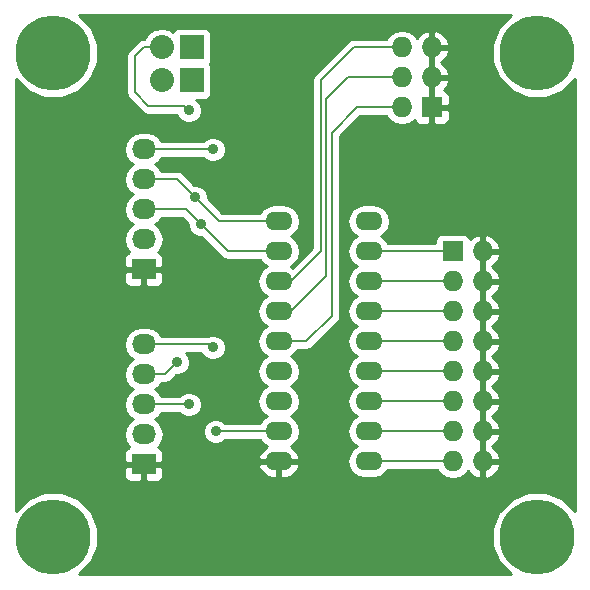
<source format=gbl>
G04 #@! TF.FileFunction,Copper,L2,Bot,Plane*
%FSLAX46Y46*%
G04 Gerber Fmt 4.6, Leading zero omitted, Abs format (unit mm)*
G04 Created by KiCad (PCBNEW (after 2015-mar-04 BZR unknown)-product) date 12/21/2015 2:53:08 PM*
%MOMM*%
G01*
G04 APERTURE LIST*
%ADD10C,0.150000*%
%ADD11O,2.300000X1.600000*%
%ADD12C,6.350000*%
%ADD13R,2.032000X2.032000*%
%ADD14O,2.032000X2.032000*%
%ADD15R,1.727200X1.727200*%
%ADD16O,1.727200X1.727200*%
%ADD17R,2.032000X1.727200*%
%ADD18O,2.032000X1.727200*%
%ADD19C,0.889000*%
%ADD20C,0.203200*%
%ADD21C,0.254000*%
G04 APERTURE END LIST*
D10*
D11*
X23114000Y-18288000D03*
X23114000Y-20828000D03*
X23114000Y-23368000D03*
X23114000Y-25908000D03*
X23114000Y-28448000D03*
X23114000Y-30988000D03*
X23114000Y-33528000D03*
X23114000Y-36068000D03*
X23114000Y-38608000D03*
X30734000Y-38608000D03*
X30734000Y-36068000D03*
X30734000Y-33528000D03*
X30734000Y-30988000D03*
X30734000Y-28448000D03*
X30734000Y-25908000D03*
X30734000Y-23368000D03*
X30734000Y-20828000D03*
X30734000Y-18288000D03*
D12*
X4000000Y-45000000D03*
X4000000Y-4000000D03*
X45000000Y-45000000D03*
X45000000Y-4000000D03*
D13*
X15748000Y-3556000D03*
D14*
X13208000Y-3556000D03*
D13*
X15748000Y-6350000D03*
D14*
X13208000Y-6350000D03*
D15*
X36068000Y-8636000D03*
D16*
X33528000Y-8636000D03*
X36068000Y-6096000D03*
X33528000Y-6096000D03*
X36068000Y-3556000D03*
X33528000Y-3556000D03*
D17*
X11684000Y-22352000D03*
D18*
X11684000Y-19812000D03*
X11684000Y-17272000D03*
X11684000Y-14732000D03*
X11684000Y-12192000D03*
D17*
X11684000Y-38862000D03*
D18*
X11684000Y-36322000D03*
X11684000Y-33782000D03*
X11684000Y-31242000D03*
X11684000Y-28702000D03*
D15*
X37846000Y-20828000D03*
D16*
X40386000Y-20828000D03*
X37846000Y-23368000D03*
X40386000Y-23368000D03*
X37846000Y-25908000D03*
X40386000Y-25908000D03*
X37846000Y-28448000D03*
X40386000Y-28448000D03*
X37846000Y-30988000D03*
X40386000Y-30988000D03*
X37846000Y-33528000D03*
X40386000Y-33528000D03*
X37846000Y-36068000D03*
X40386000Y-36068000D03*
X37846000Y-38608000D03*
X40386000Y-38608000D03*
D19*
X16002000Y-16256000D03*
X14478000Y-30226000D03*
X15494000Y-8890000D03*
X15494000Y-33782000D03*
X16510000Y-18542000D03*
X25146000Y-11938000D03*
X17780000Y-36068000D03*
X17526000Y-28956000D03*
X17526000Y-12192000D03*
D20*
X25400000Y-28448000D02*
X27584404Y-26263596D01*
X27584404Y-26263596D02*
X27584404Y-10769596D01*
X27584404Y-10769596D02*
X29718000Y-8636000D01*
X29718000Y-8636000D02*
X33528000Y-8636000D01*
X23114000Y-28448000D02*
X25400000Y-28448000D01*
X28956000Y-6096000D02*
X33528000Y-6096000D01*
X27127202Y-7924798D02*
X28956000Y-6096000D01*
X27127202Y-22910798D02*
X27127202Y-7924798D01*
X24130000Y-25908000D02*
X27127202Y-22910798D01*
X23114000Y-25908000D02*
X24130000Y-25908000D01*
X29464000Y-3556000D02*
X33528000Y-3556000D01*
X26670000Y-6350000D02*
X29464000Y-3556000D01*
X26670000Y-20828000D02*
X26670000Y-6350000D01*
X24130000Y-23368000D02*
X26670000Y-20828000D01*
X23114000Y-23368000D02*
X24130000Y-23368000D01*
X16002000Y-16256000D02*
X14478000Y-14732000D01*
X14478000Y-14732000D02*
X11684000Y-14732000D01*
X11684000Y-31242000D02*
X13462000Y-31242000D01*
X13462000Y-31242000D02*
X14478000Y-30226000D01*
X11684000Y-3556000D02*
X13208000Y-3556000D01*
X10922000Y-4318000D02*
X11684000Y-3556000D01*
X10922000Y-7366000D02*
X10922000Y-4318000D01*
X12065000Y-8509000D02*
X10922000Y-7366000D01*
X15113000Y-8509000D02*
X12065000Y-8509000D01*
X15494000Y-8890000D02*
X15113000Y-8509000D01*
X18034000Y-18288000D02*
X16002000Y-16256000D01*
X23114000Y-18288000D02*
X18034000Y-18288000D01*
X16510000Y-18542000D02*
X15240000Y-17272000D01*
X15240000Y-17272000D02*
X11684000Y-17272000D01*
X18796000Y-20828000D02*
X16510000Y-18542000D01*
X23114000Y-20828000D02*
X18796000Y-20828000D01*
X11684000Y-33782000D02*
X15494000Y-33782000D01*
X23114000Y-36068000D02*
X23749000Y-36068000D01*
X17526000Y-28956000D02*
X17272000Y-28702000D01*
X17272000Y-28702000D02*
X11684000Y-28702000D01*
X23114000Y-36068000D02*
X17780000Y-36068000D01*
X17526000Y-12192000D02*
X11684000Y-12192000D01*
X30734000Y-20828000D02*
X37846000Y-20828000D01*
X30734000Y-23368000D02*
X37846000Y-23368000D01*
X30734000Y-25908000D02*
X37846000Y-25908000D01*
X30734000Y-28448000D02*
X37846000Y-28448000D01*
X30734000Y-30988000D02*
X37846000Y-30988000D01*
X30734000Y-33528000D02*
X37846000Y-33528000D01*
X30734000Y-36068000D02*
X37846000Y-36068000D01*
X30734000Y-38608000D02*
X37846000Y-38608000D01*
D21*
G36*
X48174500Y-42787183D02*
X47161009Y-41771923D01*
X45761181Y-41190663D01*
X44245469Y-41189340D01*
X42844628Y-41768156D01*
X41840958Y-42770076D01*
X41840958Y-38967026D01*
X41840958Y-38248974D01*
X41668688Y-37833053D01*
X41274490Y-37401179D01*
X41139687Y-37338000D01*
X41274490Y-37274821D01*
X41668688Y-36842947D01*
X41840958Y-36427026D01*
X41840958Y-35708974D01*
X41668688Y-35293053D01*
X41274490Y-34861179D01*
X41139687Y-34798000D01*
X41274490Y-34734821D01*
X41668688Y-34302947D01*
X41840958Y-33887026D01*
X41840958Y-33168974D01*
X41668688Y-32753053D01*
X41274490Y-32321179D01*
X41139687Y-32258000D01*
X41274490Y-32194821D01*
X41668688Y-31762947D01*
X41840958Y-31347026D01*
X41840958Y-30628974D01*
X41668688Y-30213053D01*
X41274490Y-29781179D01*
X41139687Y-29718000D01*
X41274490Y-29654821D01*
X41668688Y-29222947D01*
X41840958Y-28807026D01*
X41840958Y-28088974D01*
X41668688Y-27673053D01*
X41274490Y-27241179D01*
X41139687Y-27178000D01*
X41274490Y-27114821D01*
X41668688Y-26682947D01*
X41840958Y-26267026D01*
X41840958Y-25548974D01*
X41668688Y-25133053D01*
X41274490Y-24701179D01*
X41139687Y-24638000D01*
X41274490Y-24574821D01*
X41668688Y-24142947D01*
X41840958Y-23727026D01*
X41840958Y-23008974D01*
X41668688Y-22593053D01*
X41274490Y-22161179D01*
X41139687Y-22098000D01*
X41274490Y-22034821D01*
X41668688Y-21602947D01*
X41840958Y-21187026D01*
X41840958Y-20468974D01*
X41668688Y-20053053D01*
X41274490Y-19621179D01*
X40745027Y-19373032D01*
X40513000Y-19493531D01*
X40513000Y-20701000D01*
X41719817Y-20701000D01*
X41840958Y-20468974D01*
X41840958Y-21187026D01*
X41719817Y-20955000D01*
X40513000Y-20955000D01*
X40513000Y-22033531D01*
X40513000Y-22162469D01*
X40513000Y-23241000D01*
X41719817Y-23241000D01*
X41840958Y-23008974D01*
X41840958Y-23727026D01*
X41719817Y-23495000D01*
X40513000Y-23495000D01*
X40513000Y-24573531D01*
X40513000Y-24702469D01*
X40513000Y-25781000D01*
X41719817Y-25781000D01*
X41840958Y-25548974D01*
X41840958Y-26267026D01*
X41719817Y-26035000D01*
X40513000Y-26035000D01*
X40513000Y-27113531D01*
X40513000Y-27242469D01*
X40513000Y-28321000D01*
X41719817Y-28321000D01*
X41840958Y-28088974D01*
X41840958Y-28807026D01*
X41719817Y-28575000D01*
X40513000Y-28575000D01*
X40513000Y-29653531D01*
X40513000Y-29782469D01*
X40513000Y-30861000D01*
X41719817Y-30861000D01*
X41840958Y-30628974D01*
X41840958Y-31347026D01*
X41719817Y-31115000D01*
X40513000Y-31115000D01*
X40513000Y-32193531D01*
X40513000Y-32322469D01*
X40513000Y-33401000D01*
X41719817Y-33401000D01*
X41840958Y-33168974D01*
X41840958Y-33887026D01*
X41719817Y-33655000D01*
X40513000Y-33655000D01*
X40513000Y-34733531D01*
X40513000Y-34862469D01*
X40513000Y-35941000D01*
X41719817Y-35941000D01*
X41840958Y-35708974D01*
X41840958Y-36427026D01*
X41719817Y-36195000D01*
X40513000Y-36195000D01*
X40513000Y-37273531D01*
X40513000Y-37402469D01*
X40513000Y-38481000D01*
X41719817Y-38481000D01*
X41840958Y-38248974D01*
X41840958Y-38967026D01*
X41719817Y-38735000D01*
X40513000Y-38735000D01*
X40513000Y-39942469D01*
X40745027Y-40062968D01*
X41274490Y-39814821D01*
X41668688Y-39382947D01*
X41840958Y-38967026D01*
X41840958Y-42770076D01*
X41771923Y-42838991D01*
X41190663Y-44238819D01*
X41189340Y-45754531D01*
X41768156Y-47155372D01*
X42785507Y-48174500D01*
X40259000Y-48174500D01*
X40259000Y-39942469D01*
X40259000Y-38735000D01*
X40239000Y-38735000D01*
X40239000Y-38481000D01*
X40259000Y-38481000D01*
X40259000Y-37402469D01*
X40259000Y-37273531D01*
X40259000Y-36195000D01*
X40239000Y-36195000D01*
X40239000Y-35941000D01*
X40259000Y-35941000D01*
X40259000Y-34862469D01*
X40259000Y-34733531D01*
X40259000Y-33655000D01*
X40239000Y-33655000D01*
X40239000Y-33401000D01*
X40259000Y-33401000D01*
X40259000Y-32322469D01*
X40259000Y-32193531D01*
X40259000Y-31115000D01*
X40239000Y-31115000D01*
X40239000Y-30861000D01*
X40259000Y-30861000D01*
X40259000Y-29782469D01*
X40259000Y-29653531D01*
X40259000Y-28575000D01*
X40239000Y-28575000D01*
X40239000Y-28321000D01*
X40259000Y-28321000D01*
X40259000Y-27242469D01*
X40259000Y-27113531D01*
X40259000Y-26035000D01*
X40239000Y-26035000D01*
X40239000Y-25781000D01*
X40259000Y-25781000D01*
X40259000Y-24702469D01*
X40259000Y-24573531D01*
X40259000Y-23495000D01*
X40239000Y-23495000D01*
X40239000Y-23241000D01*
X40259000Y-23241000D01*
X40259000Y-22162469D01*
X40259000Y-22033531D01*
X40259000Y-20955000D01*
X40239000Y-20955000D01*
X40239000Y-20701000D01*
X40259000Y-20701000D01*
X40259000Y-19493531D01*
X40026973Y-19373032D01*
X39497510Y-19621179D01*
X39326746Y-19808263D01*
X39310063Y-19722277D01*
X39170273Y-19509473D01*
X38959240Y-19367023D01*
X38709600Y-19316960D01*
X37566600Y-19316960D01*
X37566600Y-9625910D01*
X37566600Y-9373291D01*
X37566600Y-8921750D01*
X37566600Y-8350250D01*
X37566600Y-7898709D01*
X37566600Y-7646090D01*
X37469927Y-7412701D01*
X37291298Y-7234073D01*
X37093880Y-7152299D01*
X37350688Y-6870947D01*
X37522958Y-6455026D01*
X37522958Y-5736974D01*
X37350688Y-5321053D01*
X36956490Y-4889179D01*
X36821687Y-4826000D01*
X36956490Y-4762821D01*
X37350688Y-4330947D01*
X37522958Y-3915026D01*
X37522958Y-3196974D01*
X37350688Y-2781053D01*
X36956490Y-2349179D01*
X36427027Y-2101032D01*
X36195000Y-2221531D01*
X36195000Y-3429000D01*
X37401817Y-3429000D01*
X37522958Y-3196974D01*
X37522958Y-3915026D01*
X37401817Y-3683000D01*
X36195000Y-3683000D01*
X36195000Y-4761531D01*
X36195000Y-4890469D01*
X36195000Y-5969000D01*
X37401817Y-5969000D01*
X37522958Y-5736974D01*
X37522958Y-6455026D01*
X37401817Y-6223000D01*
X36195000Y-6223000D01*
X36195000Y-7296150D01*
X36195000Y-7430469D01*
X36195000Y-8509000D01*
X37407850Y-8509000D01*
X37566600Y-8350250D01*
X37566600Y-8921750D01*
X37407850Y-8763000D01*
X36195000Y-8763000D01*
X36195000Y-9975850D01*
X36353750Y-10134600D01*
X37057909Y-10134600D01*
X37291298Y-10037927D01*
X37469927Y-9859299D01*
X37566600Y-9625910D01*
X37566600Y-19316960D01*
X36982400Y-19316960D01*
X36740277Y-19363937D01*
X36527473Y-19503727D01*
X36385023Y-19714760D01*
X36334960Y-19964400D01*
X36334960Y-20091400D01*
X35941000Y-20091400D01*
X35941000Y-9975850D01*
X35941000Y-8763000D01*
X35921000Y-8763000D01*
X35921000Y-8509000D01*
X35941000Y-8509000D01*
X35941000Y-7430469D01*
X35941000Y-7296150D01*
X35941000Y-6223000D01*
X35921000Y-6223000D01*
X35921000Y-5969000D01*
X35941000Y-5969000D01*
X35941000Y-4890469D01*
X35941000Y-4761531D01*
X35941000Y-3683000D01*
X35921000Y-3683000D01*
X35921000Y-3429000D01*
X35941000Y-3429000D01*
X35941000Y-2221531D01*
X35708973Y-2101032D01*
X35179510Y-2349179D01*
X34797992Y-2767160D01*
X34617029Y-2496330D01*
X34130848Y-2171474D01*
X33557359Y-2057400D01*
X33498641Y-2057400D01*
X32925152Y-2171474D01*
X32438971Y-2496330D01*
X32223102Y-2819400D01*
X29464000Y-2819400D01*
X29182115Y-2875470D01*
X28943145Y-3035145D01*
X26149145Y-5829145D01*
X25989470Y-6068115D01*
X25933400Y-6350000D01*
X25933400Y-20522890D01*
X24267483Y-22188806D01*
X24131582Y-22098000D01*
X24513668Y-21842698D01*
X24824737Y-21377151D01*
X24933970Y-20828000D01*
X24824737Y-20278849D01*
X24513668Y-19813302D01*
X24131582Y-19558000D01*
X24513668Y-19302698D01*
X24824737Y-18837151D01*
X24933970Y-18288000D01*
X24824737Y-17738849D01*
X24513668Y-17273302D01*
X24048121Y-16962233D01*
X23498970Y-16853000D01*
X22729030Y-16853000D01*
X22179879Y-16962233D01*
X21714332Y-17273302D01*
X21528512Y-17551400D01*
X18339110Y-17551400D01*
X17081467Y-16293757D01*
X17081687Y-16042216D01*
X16917689Y-15645311D01*
X16614286Y-15341378D01*
X16217668Y-15176687D01*
X15964176Y-15176466D01*
X14998855Y-14211145D01*
X14759885Y-14051470D01*
X14478000Y-13995400D01*
X13144283Y-13995400D01*
X12928415Y-13672330D01*
X12613634Y-13462000D01*
X12928415Y-13251670D01*
X13144283Y-12928600D01*
X16736002Y-12928600D01*
X16913714Y-13106622D01*
X17310332Y-13271313D01*
X17739784Y-13271687D01*
X18136689Y-13107689D01*
X18440622Y-12804286D01*
X18605313Y-12407668D01*
X18605687Y-11978216D01*
X18441689Y-11581311D01*
X18138286Y-11277378D01*
X17741668Y-11112687D01*
X17411440Y-11112399D01*
X17411440Y-7366000D01*
X17411440Y-5334000D01*
X17364463Y-5091877D01*
X17272974Y-4952603D01*
X17361377Y-4821640D01*
X17411440Y-4572000D01*
X17411440Y-2540000D01*
X17364463Y-2297877D01*
X17224673Y-2085073D01*
X17013640Y-1942623D01*
X16764000Y-1892560D01*
X14732000Y-1892560D01*
X14489877Y-1939537D01*
X14277073Y-2079327D01*
X14178836Y-2224860D01*
X13839810Y-1998330D01*
X13208000Y-1872655D01*
X12576190Y-1998330D01*
X12040567Y-2356222D01*
X11731081Y-2819400D01*
X11684000Y-2819400D01*
X11402115Y-2875470D01*
X11163145Y-3035145D01*
X10401145Y-3797145D01*
X10241470Y-4036115D01*
X10185400Y-4318000D01*
X10185400Y-7366000D01*
X10241470Y-7647885D01*
X10401145Y-7886855D01*
X11544145Y-9029855D01*
X11783115Y-9189530D01*
X12065000Y-9245600D01*
X14472910Y-9245600D01*
X14578311Y-9500689D01*
X14881714Y-9804622D01*
X15278332Y-9969313D01*
X15707784Y-9969687D01*
X16104689Y-9805689D01*
X16408622Y-9502286D01*
X16573313Y-9105668D01*
X16573687Y-8676216D01*
X16409689Y-8279311D01*
X16144281Y-8013440D01*
X16764000Y-8013440D01*
X17006123Y-7966463D01*
X17218927Y-7826673D01*
X17361377Y-7615640D01*
X17411440Y-7366000D01*
X17411440Y-11112399D01*
X17312216Y-11112313D01*
X16915311Y-11276311D01*
X16735909Y-11455400D01*
X13144283Y-11455400D01*
X12928415Y-11132330D01*
X12442234Y-10807474D01*
X11868745Y-10693400D01*
X11499255Y-10693400D01*
X10925766Y-10807474D01*
X10439585Y-11132330D01*
X10114729Y-11618511D01*
X10000655Y-12192000D01*
X10114729Y-12765489D01*
X10439585Y-13251670D01*
X10754365Y-13462000D01*
X10439585Y-13672330D01*
X10114729Y-14158511D01*
X10000655Y-14732000D01*
X10114729Y-15305489D01*
X10439585Y-15791670D01*
X10754365Y-16002000D01*
X10439585Y-16212330D01*
X10114729Y-16698511D01*
X10000655Y-17272000D01*
X10114729Y-17845489D01*
X10439585Y-18331670D01*
X10754365Y-18542000D01*
X10439585Y-18752330D01*
X10114729Y-19238511D01*
X10000655Y-19812000D01*
X10114729Y-20385489D01*
X10439585Y-20871670D01*
X10461780Y-20886500D01*
X10308302Y-20950073D01*
X10129673Y-21128701D01*
X10033000Y-21362090D01*
X10033000Y-21614709D01*
X10033000Y-22066250D01*
X10191750Y-22225000D01*
X11557000Y-22225000D01*
X11557000Y-22205000D01*
X11811000Y-22205000D01*
X11811000Y-22225000D01*
X13176250Y-22225000D01*
X13335000Y-22066250D01*
X13335000Y-21614709D01*
X13335000Y-21362090D01*
X13238327Y-21128701D01*
X13059698Y-20950073D01*
X12906219Y-20886500D01*
X12928415Y-20871670D01*
X13253271Y-20385489D01*
X13367345Y-19812000D01*
X13253271Y-19238511D01*
X12928415Y-18752330D01*
X12613634Y-18542000D01*
X12928415Y-18331670D01*
X13144283Y-18008600D01*
X14934890Y-18008600D01*
X15430532Y-18504242D01*
X15430313Y-18755784D01*
X15594311Y-19152689D01*
X15897714Y-19456622D01*
X16294332Y-19621313D01*
X16547823Y-19621533D01*
X18275145Y-21348855D01*
X18514115Y-21508530D01*
X18796000Y-21564600D01*
X21528512Y-21564600D01*
X21714332Y-21842698D01*
X22096417Y-22098000D01*
X21714332Y-22353302D01*
X21403263Y-22818849D01*
X21294030Y-23368000D01*
X21403263Y-23917151D01*
X21714332Y-24382698D01*
X22096417Y-24638000D01*
X21714332Y-24893302D01*
X21403263Y-25358849D01*
X21294030Y-25908000D01*
X21403263Y-26457151D01*
X21714332Y-26922698D01*
X22096417Y-27178000D01*
X21714332Y-27433302D01*
X21403263Y-27898849D01*
X21294030Y-28448000D01*
X21403263Y-28997151D01*
X21714332Y-29462698D01*
X22096417Y-29718000D01*
X21714332Y-29973302D01*
X21403263Y-30438849D01*
X21294030Y-30988000D01*
X21403263Y-31537151D01*
X21714332Y-32002698D01*
X22096417Y-32258000D01*
X21714332Y-32513302D01*
X21403263Y-32978849D01*
X21294030Y-33528000D01*
X21403263Y-34077151D01*
X21714332Y-34542698D01*
X22096417Y-34798000D01*
X21714332Y-35053302D01*
X21528512Y-35331400D01*
X18605687Y-35331400D01*
X18605687Y-28742216D01*
X18441689Y-28345311D01*
X18138286Y-28041378D01*
X17741668Y-27876687D01*
X17312216Y-27876313D01*
X17096609Y-27965400D01*
X13335000Y-27965400D01*
X13335000Y-23341910D01*
X13335000Y-23089291D01*
X13335000Y-22637750D01*
X13176250Y-22479000D01*
X11811000Y-22479000D01*
X11811000Y-23691850D01*
X11969750Y-23850600D01*
X12826309Y-23850600D01*
X13059698Y-23753927D01*
X13238327Y-23575299D01*
X13335000Y-23341910D01*
X13335000Y-27965400D01*
X13144283Y-27965400D01*
X12928415Y-27642330D01*
X12442234Y-27317474D01*
X11868745Y-27203400D01*
X11557000Y-27203400D01*
X11557000Y-23691850D01*
X11557000Y-22479000D01*
X10191750Y-22479000D01*
X10033000Y-22637750D01*
X10033000Y-23089291D01*
X10033000Y-23341910D01*
X10129673Y-23575299D01*
X10308302Y-23753927D01*
X10541691Y-23850600D01*
X11398250Y-23850600D01*
X11557000Y-23691850D01*
X11557000Y-27203400D01*
X11499255Y-27203400D01*
X10925766Y-27317474D01*
X10439585Y-27642330D01*
X10114729Y-28128511D01*
X10000655Y-28702000D01*
X10114729Y-29275489D01*
X10439585Y-29761670D01*
X10754365Y-29972000D01*
X10439585Y-30182330D01*
X10114729Y-30668511D01*
X10000655Y-31242000D01*
X10114729Y-31815489D01*
X10439585Y-32301670D01*
X10754365Y-32512000D01*
X10439585Y-32722330D01*
X10114729Y-33208511D01*
X10000655Y-33782000D01*
X10114729Y-34355489D01*
X10439585Y-34841670D01*
X10754365Y-35052000D01*
X10439585Y-35262330D01*
X10114729Y-35748511D01*
X10000655Y-36322000D01*
X10114729Y-36895489D01*
X10439585Y-37381670D01*
X10461780Y-37396500D01*
X10308302Y-37460073D01*
X10129673Y-37638701D01*
X10033000Y-37872090D01*
X10033000Y-38124709D01*
X10033000Y-38576250D01*
X10191750Y-38735000D01*
X11557000Y-38735000D01*
X11557000Y-38715000D01*
X11811000Y-38715000D01*
X11811000Y-38735000D01*
X13176250Y-38735000D01*
X13335000Y-38576250D01*
X13335000Y-38124709D01*
X13335000Y-37872090D01*
X13238327Y-37638701D01*
X13059698Y-37460073D01*
X12906219Y-37396500D01*
X12928415Y-37381670D01*
X13253271Y-36895489D01*
X13367345Y-36322000D01*
X13253271Y-35748511D01*
X12928415Y-35262330D01*
X12613634Y-35052000D01*
X12928415Y-34841670D01*
X13144283Y-34518600D01*
X14704002Y-34518600D01*
X14881714Y-34696622D01*
X15278332Y-34861313D01*
X15707784Y-34861687D01*
X16104689Y-34697689D01*
X16408622Y-34394286D01*
X16573313Y-33997668D01*
X16573687Y-33568216D01*
X16409689Y-33171311D01*
X16106286Y-32867378D01*
X15709668Y-32702687D01*
X15280216Y-32702313D01*
X14883311Y-32866311D01*
X14703909Y-33045400D01*
X13144283Y-33045400D01*
X12928415Y-32722330D01*
X12613634Y-32512000D01*
X12928415Y-32301670D01*
X13144283Y-31978600D01*
X13462000Y-31978600D01*
X13743885Y-31922530D01*
X13982855Y-31762855D01*
X14440242Y-31305467D01*
X14691784Y-31305687D01*
X15088689Y-31141689D01*
X15392622Y-30838286D01*
X15557313Y-30441668D01*
X15557687Y-30012216D01*
X15393689Y-29615311D01*
X15217286Y-29438600D01*
X16557385Y-29438600D01*
X16610311Y-29566689D01*
X16913714Y-29870622D01*
X17310332Y-30035313D01*
X17739784Y-30035687D01*
X18136689Y-29871689D01*
X18440622Y-29568286D01*
X18605313Y-29171668D01*
X18605687Y-28742216D01*
X18605687Y-35331400D01*
X18569997Y-35331400D01*
X18392286Y-35153378D01*
X17995668Y-34988687D01*
X17566216Y-34988313D01*
X17169311Y-35152311D01*
X16865378Y-35455714D01*
X16700687Y-35852332D01*
X16700313Y-36281784D01*
X16864311Y-36678689D01*
X17167714Y-36982622D01*
X17564332Y-37147313D01*
X17993784Y-37147687D01*
X18390689Y-36983689D01*
X18570090Y-36804600D01*
X21528512Y-36804600D01*
X21714332Y-37082698D01*
X22092151Y-37335149D01*
X21659500Y-37683104D01*
X21389633Y-38176181D01*
X21372096Y-38258961D01*
X21494085Y-38481000D01*
X22987000Y-38481000D01*
X22987000Y-38461000D01*
X23241000Y-38461000D01*
X23241000Y-38481000D01*
X24733915Y-38481000D01*
X24855904Y-38258961D01*
X24838367Y-38176181D01*
X24568500Y-37683104D01*
X24135848Y-37335149D01*
X24513668Y-37082698D01*
X24824737Y-36617151D01*
X24933970Y-36068000D01*
X24824737Y-35518849D01*
X24513668Y-35053302D01*
X24131582Y-34798000D01*
X24513668Y-34542698D01*
X24824737Y-34077151D01*
X24933970Y-33528000D01*
X24824737Y-32978849D01*
X24513668Y-32513302D01*
X24131582Y-32258000D01*
X24513668Y-32002698D01*
X24824737Y-31537151D01*
X24933970Y-30988000D01*
X24824737Y-30438849D01*
X24513668Y-29973302D01*
X24131582Y-29718000D01*
X24513668Y-29462698D01*
X24699487Y-29184600D01*
X25400000Y-29184600D01*
X25681885Y-29128530D01*
X25920855Y-28968855D01*
X28105259Y-26784451D01*
X28264934Y-26545481D01*
X28264934Y-26545480D01*
X28321004Y-26263596D01*
X28321004Y-11074706D01*
X30023110Y-9372600D01*
X32223102Y-9372600D01*
X32438971Y-9695670D01*
X32925152Y-10020526D01*
X33498641Y-10134600D01*
X33557359Y-10134600D01*
X34130848Y-10020526D01*
X34602356Y-9705473D01*
X34666073Y-9859299D01*
X34844702Y-10037927D01*
X35078091Y-10134600D01*
X35782250Y-10134600D01*
X35941000Y-9975850D01*
X35941000Y-20091400D01*
X32319487Y-20091400D01*
X32133668Y-19813302D01*
X31751582Y-19558000D01*
X32133668Y-19302698D01*
X32444737Y-18837151D01*
X32553970Y-18288000D01*
X32444737Y-17738849D01*
X32133668Y-17273302D01*
X31668121Y-16962233D01*
X31118970Y-16853000D01*
X30349030Y-16853000D01*
X29799879Y-16962233D01*
X29334332Y-17273302D01*
X29023263Y-17738849D01*
X28914030Y-18288000D01*
X29023263Y-18837151D01*
X29334332Y-19302698D01*
X29716417Y-19558000D01*
X29334332Y-19813302D01*
X29023263Y-20278849D01*
X28914030Y-20828000D01*
X29023263Y-21377151D01*
X29334332Y-21842698D01*
X29716417Y-22098000D01*
X29334332Y-22353302D01*
X29023263Y-22818849D01*
X28914030Y-23368000D01*
X29023263Y-23917151D01*
X29334332Y-24382698D01*
X29716417Y-24638000D01*
X29334332Y-24893302D01*
X29023263Y-25358849D01*
X28914030Y-25908000D01*
X29023263Y-26457151D01*
X29334332Y-26922698D01*
X29716417Y-27178000D01*
X29334332Y-27433302D01*
X29023263Y-27898849D01*
X28914030Y-28448000D01*
X29023263Y-28997151D01*
X29334332Y-29462698D01*
X29716417Y-29718000D01*
X29334332Y-29973302D01*
X29023263Y-30438849D01*
X28914030Y-30988000D01*
X29023263Y-31537151D01*
X29334332Y-32002698D01*
X29716417Y-32258000D01*
X29334332Y-32513302D01*
X29023263Y-32978849D01*
X28914030Y-33528000D01*
X29023263Y-34077151D01*
X29334332Y-34542698D01*
X29716417Y-34798000D01*
X29334332Y-35053302D01*
X29023263Y-35518849D01*
X28914030Y-36068000D01*
X29023263Y-36617151D01*
X29334332Y-37082698D01*
X29716417Y-37338000D01*
X29334332Y-37593302D01*
X29023263Y-38058849D01*
X28914030Y-38608000D01*
X29023263Y-39157151D01*
X29334332Y-39622698D01*
X29799879Y-39933767D01*
X30349030Y-40043000D01*
X31118970Y-40043000D01*
X31668121Y-39933767D01*
X32133668Y-39622698D01*
X32319487Y-39344600D01*
X36541102Y-39344600D01*
X36756971Y-39667670D01*
X37243152Y-39992526D01*
X37816641Y-40106600D01*
X37875359Y-40106600D01*
X38448848Y-39992526D01*
X38935029Y-39667670D01*
X39115992Y-39396839D01*
X39497510Y-39814821D01*
X40026973Y-40062968D01*
X40259000Y-39942469D01*
X40259000Y-48174500D01*
X24855904Y-48174500D01*
X24855904Y-38957039D01*
X24733915Y-38735000D01*
X23241000Y-38735000D01*
X23241000Y-40043000D01*
X23591000Y-40043000D01*
X24130483Y-39885166D01*
X24568500Y-39532896D01*
X24838367Y-39039819D01*
X24855904Y-38957039D01*
X24855904Y-48174500D01*
X22987000Y-48174500D01*
X22987000Y-40043000D01*
X22987000Y-38735000D01*
X21494085Y-38735000D01*
X21372096Y-38957039D01*
X21389633Y-39039819D01*
X21659500Y-39532896D01*
X22097517Y-39885166D01*
X22637000Y-40043000D01*
X22987000Y-40043000D01*
X22987000Y-48174500D01*
X13335000Y-48174500D01*
X13335000Y-39851910D01*
X13335000Y-39599291D01*
X13335000Y-39147750D01*
X13176250Y-38989000D01*
X11811000Y-38989000D01*
X11811000Y-40201850D01*
X11969750Y-40360600D01*
X12826309Y-40360600D01*
X13059698Y-40263927D01*
X13238327Y-40085299D01*
X13335000Y-39851910D01*
X13335000Y-48174500D01*
X11557000Y-48174500D01*
X11557000Y-40201850D01*
X11557000Y-38989000D01*
X10191750Y-38989000D01*
X10033000Y-39147750D01*
X10033000Y-39599291D01*
X10033000Y-39851910D01*
X10129673Y-40085299D01*
X10308302Y-40263927D01*
X10541691Y-40360600D01*
X11398250Y-40360600D01*
X11557000Y-40201850D01*
X11557000Y-48174500D01*
X6212816Y-48174500D01*
X7228077Y-47161009D01*
X7809337Y-45761181D01*
X7810660Y-44245469D01*
X7231844Y-42844628D01*
X6161009Y-41771923D01*
X4761181Y-41190663D01*
X3245469Y-41189340D01*
X1844628Y-41768156D01*
X825500Y-42785507D01*
X825500Y-6212816D01*
X1838991Y-7228077D01*
X3238819Y-7809337D01*
X4754531Y-7810660D01*
X6155372Y-7231844D01*
X7228077Y-6161009D01*
X7809337Y-4761181D01*
X7810660Y-3245469D01*
X7231844Y-1844628D01*
X6214492Y-825500D01*
X42787183Y-825500D01*
X41771923Y-1838991D01*
X41190663Y-3238819D01*
X41189340Y-4754531D01*
X41768156Y-6155372D01*
X42838991Y-7228077D01*
X44238819Y-7809337D01*
X45754531Y-7810660D01*
X47155372Y-7231844D01*
X48174500Y-6214492D01*
X48174500Y-42787183D01*
X48174500Y-42787183D01*
G37*
X48174500Y-42787183D02*
X47161009Y-41771923D01*
X45761181Y-41190663D01*
X44245469Y-41189340D01*
X42844628Y-41768156D01*
X41840958Y-42770076D01*
X41840958Y-38967026D01*
X41840958Y-38248974D01*
X41668688Y-37833053D01*
X41274490Y-37401179D01*
X41139687Y-37338000D01*
X41274490Y-37274821D01*
X41668688Y-36842947D01*
X41840958Y-36427026D01*
X41840958Y-35708974D01*
X41668688Y-35293053D01*
X41274490Y-34861179D01*
X41139687Y-34798000D01*
X41274490Y-34734821D01*
X41668688Y-34302947D01*
X41840958Y-33887026D01*
X41840958Y-33168974D01*
X41668688Y-32753053D01*
X41274490Y-32321179D01*
X41139687Y-32258000D01*
X41274490Y-32194821D01*
X41668688Y-31762947D01*
X41840958Y-31347026D01*
X41840958Y-30628974D01*
X41668688Y-30213053D01*
X41274490Y-29781179D01*
X41139687Y-29718000D01*
X41274490Y-29654821D01*
X41668688Y-29222947D01*
X41840958Y-28807026D01*
X41840958Y-28088974D01*
X41668688Y-27673053D01*
X41274490Y-27241179D01*
X41139687Y-27178000D01*
X41274490Y-27114821D01*
X41668688Y-26682947D01*
X41840958Y-26267026D01*
X41840958Y-25548974D01*
X41668688Y-25133053D01*
X41274490Y-24701179D01*
X41139687Y-24638000D01*
X41274490Y-24574821D01*
X41668688Y-24142947D01*
X41840958Y-23727026D01*
X41840958Y-23008974D01*
X41668688Y-22593053D01*
X41274490Y-22161179D01*
X41139687Y-22098000D01*
X41274490Y-22034821D01*
X41668688Y-21602947D01*
X41840958Y-21187026D01*
X41840958Y-20468974D01*
X41668688Y-20053053D01*
X41274490Y-19621179D01*
X40745027Y-19373032D01*
X40513000Y-19493531D01*
X40513000Y-20701000D01*
X41719817Y-20701000D01*
X41840958Y-20468974D01*
X41840958Y-21187026D01*
X41719817Y-20955000D01*
X40513000Y-20955000D01*
X40513000Y-22033531D01*
X40513000Y-22162469D01*
X40513000Y-23241000D01*
X41719817Y-23241000D01*
X41840958Y-23008974D01*
X41840958Y-23727026D01*
X41719817Y-23495000D01*
X40513000Y-23495000D01*
X40513000Y-24573531D01*
X40513000Y-24702469D01*
X40513000Y-25781000D01*
X41719817Y-25781000D01*
X41840958Y-25548974D01*
X41840958Y-26267026D01*
X41719817Y-26035000D01*
X40513000Y-26035000D01*
X40513000Y-27113531D01*
X40513000Y-27242469D01*
X40513000Y-28321000D01*
X41719817Y-28321000D01*
X41840958Y-28088974D01*
X41840958Y-28807026D01*
X41719817Y-28575000D01*
X40513000Y-28575000D01*
X40513000Y-29653531D01*
X40513000Y-29782469D01*
X40513000Y-30861000D01*
X41719817Y-30861000D01*
X41840958Y-30628974D01*
X41840958Y-31347026D01*
X41719817Y-31115000D01*
X40513000Y-31115000D01*
X40513000Y-32193531D01*
X40513000Y-32322469D01*
X40513000Y-33401000D01*
X41719817Y-33401000D01*
X41840958Y-33168974D01*
X41840958Y-33887026D01*
X41719817Y-33655000D01*
X40513000Y-33655000D01*
X40513000Y-34733531D01*
X40513000Y-34862469D01*
X40513000Y-35941000D01*
X41719817Y-35941000D01*
X41840958Y-35708974D01*
X41840958Y-36427026D01*
X41719817Y-36195000D01*
X40513000Y-36195000D01*
X40513000Y-37273531D01*
X40513000Y-37402469D01*
X40513000Y-38481000D01*
X41719817Y-38481000D01*
X41840958Y-38248974D01*
X41840958Y-38967026D01*
X41719817Y-38735000D01*
X40513000Y-38735000D01*
X40513000Y-39942469D01*
X40745027Y-40062968D01*
X41274490Y-39814821D01*
X41668688Y-39382947D01*
X41840958Y-38967026D01*
X41840958Y-42770076D01*
X41771923Y-42838991D01*
X41190663Y-44238819D01*
X41189340Y-45754531D01*
X41768156Y-47155372D01*
X42785507Y-48174500D01*
X40259000Y-48174500D01*
X40259000Y-39942469D01*
X40259000Y-38735000D01*
X40239000Y-38735000D01*
X40239000Y-38481000D01*
X40259000Y-38481000D01*
X40259000Y-37402469D01*
X40259000Y-37273531D01*
X40259000Y-36195000D01*
X40239000Y-36195000D01*
X40239000Y-35941000D01*
X40259000Y-35941000D01*
X40259000Y-34862469D01*
X40259000Y-34733531D01*
X40259000Y-33655000D01*
X40239000Y-33655000D01*
X40239000Y-33401000D01*
X40259000Y-33401000D01*
X40259000Y-32322469D01*
X40259000Y-32193531D01*
X40259000Y-31115000D01*
X40239000Y-31115000D01*
X40239000Y-30861000D01*
X40259000Y-30861000D01*
X40259000Y-29782469D01*
X40259000Y-29653531D01*
X40259000Y-28575000D01*
X40239000Y-28575000D01*
X40239000Y-28321000D01*
X40259000Y-28321000D01*
X40259000Y-27242469D01*
X40259000Y-27113531D01*
X40259000Y-26035000D01*
X40239000Y-26035000D01*
X40239000Y-25781000D01*
X40259000Y-25781000D01*
X40259000Y-24702469D01*
X40259000Y-24573531D01*
X40259000Y-23495000D01*
X40239000Y-23495000D01*
X40239000Y-23241000D01*
X40259000Y-23241000D01*
X40259000Y-22162469D01*
X40259000Y-22033531D01*
X40259000Y-20955000D01*
X40239000Y-20955000D01*
X40239000Y-20701000D01*
X40259000Y-20701000D01*
X40259000Y-19493531D01*
X40026973Y-19373032D01*
X39497510Y-19621179D01*
X39326746Y-19808263D01*
X39310063Y-19722277D01*
X39170273Y-19509473D01*
X38959240Y-19367023D01*
X38709600Y-19316960D01*
X37566600Y-19316960D01*
X37566600Y-9625910D01*
X37566600Y-9373291D01*
X37566600Y-8921750D01*
X37566600Y-8350250D01*
X37566600Y-7898709D01*
X37566600Y-7646090D01*
X37469927Y-7412701D01*
X37291298Y-7234073D01*
X37093880Y-7152299D01*
X37350688Y-6870947D01*
X37522958Y-6455026D01*
X37522958Y-5736974D01*
X37350688Y-5321053D01*
X36956490Y-4889179D01*
X36821687Y-4826000D01*
X36956490Y-4762821D01*
X37350688Y-4330947D01*
X37522958Y-3915026D01*
X37522958Y-3196974D01*
X37350688Y-2781053D01*
X36956490Y-2349179D01*
X36427027Y-2101032D01*
X36195000Y-2221531D01*
X36195000Y-3429000D01*
X37401817Y-3429000D01*
X37522958Y-3196974D01*
X37522958Y-3915026D01*
X37401817Y-3683000D01*
X36195000Y-3683000D01*
X36195000Y-4761531D01*
X36195000Y-4890469D01*
X36195000Y-5969000D01*
X37401817Y-5969000D01*
X37522958Y-5736974D01*
X37522958Y-6455026D01*
X37401817Y-6223000D01*
X36195000Y-6223000D01*
X36195000Y-7296150D01*
X36195000Y-7430469D01*
X36195000Y-8509000D01*
X37407850Y-8509000D01*
X37566600Y-8350250D01*
X37566600Y-8921750D01*
X37407850Y-8763000D01*
X36195000Y-8763000D01*
X36195000Y-9975850D01*
X36353750Y-10134600D01*
X37057909Y-10134600D01*
X37291298Y-10037927D01*
X37469927Y-9859299D01*
X37566600Y-9625910D01*
X37566600Y-19316960D01*
X36982400Y-19316960D01*
X36740277Y-19363937D01*
X36527473Y-19503727D01*
X36385023Y-19714760D01*
X36334960Y-19964400D01*
X36334960Y-20091400D01*
X35941000Y-20091400D01*
X35941000Y-9975850D01*
X35941000Y-8763000D01*
X35921000Y-8763000D01*
X35921000Y-8509000D01*
X35941000Y-8509000D01*
X35941000Y-7430469D01*
X35941000Y-7296150D01*
X35941000Y-6223000D01*
X35921000Y-6223000D01*
X35921000Y-5969000D01*
X35941000Y-5969000D01*
X35941000Y-4890469D01*
X35941000Y-4761531D01*
X35941000Y-3683000D01*
X35921000Y-3683000D01*
X35921000Y-3429000D01*
X35941000Y-3429000D01*
X35941000Y-2221531D01*
X35708973Y-2101032D01*
X35179510Y-2349179D01*
X34797992Y-2767160D01*
X34617029Y-2496330D01*
X34130848Y-2171474D01*
X33557359Y-2057400D01*
X33498641Y-2057400D01*
X32925152Y-2171474D01*
X32438971Y-2496330D01*
X32223102Y-2819400D01*
X29464000Y-2819400D01*
X29182115Y-2875470D01*
X28943145Y-3035145D01*
X26149145Y-5829145D01*
X25989470Y-6068115D01*
X25933400Y-6350000D01*
X25933400Y-20522890D01*
X24267483Y-22188806D01*
X24131582Y-22098000D01*
X24513668Y-21842698D01*
X24824737Y-21377151D01*
X24933970Y-20828000D01*
X24824737Y-20278849D01*
X24513668Y-19813302D01*
X24131582Y-19558000D01*
X24513668Y-19302698D01*
X24824737Y-18837151D01*
X24933970Y-18288000D01*
X24824737Y-17738849D01*
X24513668Y-17273302D01*
X24048121Y-16962233D01*
X23498970Y-16853000D01*
X22729030Y-16853000D01*
X22179879Y-16962233D01*
X21714332Y-17273302D01*
X21528512Y-17551400D01*
X18339110Y-17551400D01*
X17081467Y-16293757D01*
X17081687Y-16042216D01*
X16917689Y-15645311D01*
X16614286Y-15341378D01*
X16217668Y-15176687D01*
X15964176Y-15176466D01*
X14998855Y-14211145D01*
X14759885Y-14051470D01*
X14478000Y-13995400D01*
X13144283Y-13995400D01*
X12928415Y-13672330D01*
X12613634Y-13462000D01*
X12928415Y-13251670D01*
X13144283Y-12928600D01*
X16736002Y-12928600D01*
X16913714Y-13106622D01*
X17310332Y-13271313D01*
X17739784Y-13271687D01*
X18136689Y-13107689D01*
X18440622Y-12804286D01*
X18605313Y-12407668D01*
X18605687Y-11978216D01*
X18441689Y-11581311D01*
X18138286Y-11277378D01*
X17741668Y-11112687D01*
X17411440Y-11112399D01*
X17411440Y-7366000D01*
X17411440Y-5334000D01*
X17364463Y-5091877D01*
X17272974Y-4952603D01*
X17361377Y-4821640D01*
X17411440Y-4572000D01*
X17411440Y-2540000D01*
X17364463Y-2297877D01*
X17224673Y-2085073D01*
X17013640Y-1942623D01*
X16764000Y-1892560D01*
X14732000Y-1892560D01*
X14489877Y-1939537D01*
X14277073Y-2079327D01*
X14178836Y-2224860D01*
X13839810Y-1998330D01*
X13208000Y-1872655D01*
X12576190Y-1998330D01*
X12040567Y-2356222D01*
X11731081Y-2819400D01*
X11684000Y-2819400D01*
X11402115Y-2875470D01*
X11163145Y-3035145D01*
X10401145Y-3797145D01*
X10241470Y-4036115D01*
X10185400Y-4318000D01*
X10185400Y-7366000D01*
X10241470Y-7647885D01*
X10401145Y-7886855D01*
X11544145Y-9029855D01*
X11783115Y-9189530D01*
X12065000Y-9245600D01*
X14472910Y-9245600D01*
X14578311Y-9500689D01*
X14881714Y-9804622D01*
X15278332Y-9969313D01*
X15707784Y-9969687D01*
X16104689Y-9805689D01*
X16408622Y-9502286D01*
X16573313Y-9105668D01*
X16573687Y-8676216D01*
X16409689Y-8279311D01*
X16144281Y-8013440D01*
X16764000Y-8013440D01*
X17006123Y-7966463D01*
X17218927Y-7826673D01*
X17361377Y-7615640D01*
X17411440Y-7366000D01*
X17411440Y-11112399D01*
X17312216Y-11112313D01*
X16915311Y-11276311D01*
X16735909Y-11455400D01*
X13144283Y-11455400D01*
X12928415Y-11132330D01*
X12442234Y-10807474D01*
X11868745Y-10693400D01*
X11499255Y-10693400D01*
X10925766Y-10807474D01*
X10439585Y-11132330D01*
X10114729Y-11618511D01*
X10000655Y-12192000D01*
X10114729Y-12765489D01*
X10439585Y-13251670D01*
X10754365Y-13462000D01*
X10439585Y-13672330D01*
X10114729Y-14158511D01*
X10000655Y-14732000D01*
X10114729Y-15305489D01*
X10439585Y-15791670D01*
X10754365Y-16002000D01*
X10439585Y-16212330D01*
X10114729Y-16698511D01*
X10000655Y-17272000D01*
X10114729Y-17845489D01*
X10439585Y-18331670D01*
X10754365Y-18542000D01*
X10439585Y-18752330D01*
X10114729Y-19238511D01*
X10000655Y-19812000D01*
X10114729Y-20385489D01*
X10439585Y-20871670D01*
X10461780Y-20886500D01*
X10308302Y-20950073D01*
X10129673Y-21128701D01*
X10033000Y-21362090D01*
X10033000Y-21614709D01*
X10033000Y-22066250D01*
X10191750Y-22225000D01*
X11557000Y-22225000D01*
X11557000Y-22205000D01*
X11811000Y-22205000D01*
X11811000Y-22225000D01*
X13176250Y-22225000D01*
X13335000Y-22066250D01*
X13335000Y-21614709D01*
X13335000Y-21362090D01*
X13238327Y-21128701D01*
X13059698Y-20950073D01*
X12906219Y-20886500D01*
X12928415Y-20871670D01*
X13253271Y-20385489D01*
X13367345Y-19812000D01*
X13253271Y-19238511D01*
X12928415Y-18752330D01*
X12613634Y-18542000D01*
X12928415Y-18331670D01*
X13144283Y-18008600D01*
X14934890Y-18008600D01*
X15430532Y-18504242D01*
X15430313Y-18755784D01*
X15594311Y-19152689D01*
X15897714Y-19456622D01*
X16294332Y-19621313D01*
X16547823Y-19621533D01*
X18275145Y-21348855D01*
X18514115Y-21508530D01*
X18796000Y-21564600D01*
X21528512Y-21564600D01*
X21714332Y-21842698D01*
X22096417Y-22098000D01*
X21714332Y-22353302D01*
X21403263Y-22818849D01*
X21294030Y-23368000D01*
X21403263Y-23917151D01*
X21714332Y-24382698D01*
X22096417Y-24638000D01*
X21714332Y-24893302D01*
X21403263Y-25358849D01*
X21294030Y-25908000D01*
X21403263Y-26457151D01*
X21714332Y-26922698D01*
X22096417Y-27178000D01*
X21714332Y-27433302D01*
X21403263Y-27898849D01*
X21294030Y-28448000D01*
X21403263Y-28997151D01*
X21714332Y-29462698D01*
X22096417Y-29718000D01*
X21714332Y-29973302D01*
X21403263Y-30438849D01*
X21294030Y-30988000D01*
X21403263Y-31537151D01*
X21714332Y-32002698D01*
X22096417Y-32258000D01*
X21714332Y-32513302D01*
X21403263Y-32978849D01*
X21294030Y-33528000D01*
X21403263Y-34077151D01*
X21714332Y-34542698D01*
X22096417Y-34798000D01*
X21714332Y-35053302D01*
X21528512Y-35331400D01*
X18605687Y-35331400D01*
X18605687Y-28742216D01*
X18441689Y-28345311D01*
X18138286Y-28041378D01*
X17741668Y-27876687D01*
X17312216Y-27876313D01*
X17096609Y-27965400D01*
X13335000Y-27965400D01*
X13335000Y-23341910D01*
X13335000Y-23089291D01*
X13335000Y-22637750D01*
X13176250Y-22479000D01*
X11811000Y-22479000D01*
X11811000Y-23691850D01*
X11969750Y-23850600D01*
X12826309Y-23850600D01*
X13059698Y-23753927D01*
X13238327Y-23575299D01*
X13335000Y-23341910D01*
X13335000Y-27965400D01*
X13144283Y-27965400D01*
X12928415Y-27642330D01*
X12442234Y-27317474D01*
X11868745Y-27203400D01*
X11557000Y-27203400D01*
X11557000Y-23691850D01*
X11557000Y-22479000D01*
X10191750Y-22479000D01*
X10033000Y-22637750D01*
X10033000Y-23089291D01*
X10033000Y-23341910D01*
X10129673Y-23575299D01*
X10308302Y-23753927D01*
X10541691Y-23850600D01*
X11398250Y-23850600D01*
X11557000Y-23691850D01*
X11557000Y-27203400D01*
X11499255Y-27203400D01*
X10925766Y-27317474D01*
X10439585Y-27642330D01*
X10114729Y-28128511D01*
X10000655Y-28702000D01*
X10114729Y-29275489D01*
X10439585Y-29761670D01*
X10754365Y-29972000D01*
X10439585Y-30182330D01*
X10114729Y-30668511D01*
X10000655Y-31242000D01*
X10114729Y-31815489D01*
X10439585Y-32301670D01*
X10754365Y-32512000D01*
X10439585Y-32722330D01*
X10114729Y-33208511D01*
X10000655Y-33782000D01*
X10114729Y-34355489D01*
X10439585Y-34841670D01*
X10754365Y-35052000D01*
X10439585Y-35262330D01*
X10114729Y-35748511D01*
X10000655Y-36322000D01*
X10114729Y-36895489D01*
X10439585Y-37381670D01*
X10461780Y-37396500D01*
X10308302Y-37460073D01*
X10129673Y-37638701D01*
X10033000Y-37872090D01*
X10033000Y-38124709D01*
X10033000Y-38576250D01*
X10191750Y-38735000D01*
X11557000Y-38735000D01*
X11557000Y-38715000D01*
X11811000Y-38715000D01*
X11811000Y-38735000D01*
X13176250Y-38735000D01*
X13335000Y-38576250D01*
X13335000Y-38124709D01*
X13335000Y-37872090D01*
X13238327Y-37638701D01*
X13059698Y-37460073D01*
X12906219Y-37396500D01*
X12928415Y-37381670D01*
X13253271Y-36895489D01*
X13367345Y-36322000D01*
X13253271Y-35748511D01*
X12928415Y-35262330D01*
X12613634Y-35052000D01*
X12928415Y-34841670D01*
X13144283Y-34518600D01*
X14704002Y-34518600D01*
X14881714Y-34696622D01*
X15278332Y-34861313D01*
X15707784Y-34861687D01*
X16104689Y-34697689D01*
X16408622Y-34394286D01*
X16573313Y-33997668D01*
X16573687Y-33568216D01*
X16409689Y-33171311D01*
X16106286Y-32867378D01*
X15709668Y-32702687D01*
X15280216Y-32702313D01*
X14883311Y-32866311D01*
X14703909Y-33045400D01*
X13144283Y-33045400D01*
X12928415Y-32722330D01*
X12613634Y-32512000D01*
X12928415Y-32301670D01*
X13144283Y-31978600D01*
X13462000Y-31978600D01*
X13743885Y-31922530D01*
X13982855Y-31762855D01*
X14440242Y-31305467D01*
X14691784Y-31305687D01*
X15088689Y-31141689D01*
X15392622Y-30838286D01*
X15557313Y-30441668D01*
X15557687Y-30012216D01*
X15393689Y-29615311D01*
X15217286Y-29438600D01*
X16557385Y-29438600D01*
X16610311Y-29566689D01*
X16913714Y-29870622D01*
X17310332Y-30035313D01*
X17739784Y-30035687D01*
X18136689Y-29871689D01*
X18440622Y-29568286D01*
X18605313Y-29171668D01*
X18605687Y-28742216D01*
X18605687Y-35331400D01*
X18569997Y-35331400D01*
X18392286Y-35153378D01*
X17995668Y-34988687D01*
X17566216Y-34988313D01*
X17169311Y-35152311D01*
X16865378Y-35455714D01*
X16700687Y-35852332D01*
X16700313Y-36281784D01*
X16864311Y-36678689D01*
X17167714Y-36982622D01*
X17564332Y-37147313D01*
X17993784Y-37147687D01*
X18390689Y-36983689D01*
X18570090Y-36804600D01*
X21528512Y-36804600D01*
X21714332Y-37082698D01*
X22092151Y-37335149D01*
X21659500Y-37683104D01*
X21389633Y-38176181D01*
X21372096Y-38258961D01*
X21494085Y-38481000D01*
X22987000Y-38481000D01*
X22987000Y-38461000D01*
X23241000Y-38461000D01*
X23241000Y-38481000D01*
X24733915Y-38481000D01*
X24855904Y-38258961D01*
X24838367Y-38176181D01*
X24568500Y-37683104D01*
X24135848Y-37335149D01*
X24513668Y-37082698D01*
X24824737Y-36617151D01*
X24933970Y-36068000D01*
X24824737Y-35518849D01*
X24513668Y-35053302D01*
X24131582Y-34798000D01*
X24513668Y-34542698D01*
X24824737Y-34077151D01*
X24933970Y-33528000D01*
X24824737Y-32978849D01*
X24513668Y-32513302D01*
X24131582Y-32258000D01*
X24513668Y-32002698D01*
X24824737Y-31537151D01*
X24933970Y-30988000D01*
X24824737Y-30438849D01*
X24513668Y-29973302D01*
X24131582Y-29718000D01*
X24513668Y-29462698D01*
X24699487Y-29184600D01*
X25400000Y-29184600D01*
X25681885Y-29128530D01*
X25920855Y-28968855D01*
X28105259Y-26784451D01*
X28264934Y-26545481D01*
X28264934Y-26545480D01*
X28321004Y-26263596D01*
X28321004Y-11074706D01*
X30023110Y-9372600D01*
X32223102Y-9372600D01*
X32438971Y-9695670D01*
X32925152Y-10020526D01*
X33498641Y-10134600D01*
X33557359Y-10134600D01*
X34130848Y-10020526D01*
X34602356Y-9705473D01*
X34666073Y-9859299D01*
X34844702Y-10037927D01*
X35078091Y-10134600D01*
X35782250Y-10134600D01*
X35941000Y-9975850D01*
X35941000Y-20091400D01*
X32319487Y-20091400D01*
X32133668Y-19813302D01*
X31751582Y-19558000D01*
X32133668Y-19302698D01*
X32444737Y-18837151D01*
X32553970Y-18288000D01*
X32444737Y-17738849D01*
X32133668Y-17273302D01*
X31668121Y-16962233D01*
X31118970Y-16853000D01*
X30349030Y-16853000D01*
X29799879Y-16962233D01*
X29334332Y-17273302D01*
X29023263Y-17738849D01*
X28914030Y-18288000D01*
X29023263Y-18837151D01*
X29334332Y-19302698D01*
X29716417Y-19558000D01*
X29334332Y-19813302D01*
X29023263Y-20278849D01*
X28914030Y-20828000D01*
X29023263Y-21377151D01*
X29334332Y-21842698D01*
X29716417Y-22098000D01*
X29334332Y-22353302D01*
X29023263Y-22818849D01*
X28914030Y-23368000D01*
X29023263Y-23917151D01*
X29334332Y-24382698D01*
X29716417Y-24638000D01*
X29334332Y-24893302D01*
X29023263Y-25358849D01*
X28914030Y-25908000D01*
X29023263Y-26457151D01*
X29334332Y-26922698D01*
X29716417Y-27178000D01*
X29334332Y-27433302D01*
X29023263Y-27898849D01*
X28914030Y-28448000D01*
X29023263Y-28997151D01*
X29334332Y-29462698D01*
X29716417Y-29718000D01*
X29334332Y-29973302D01*
X29023263Y-30438849D01*
X28914030Y-30988000D01*
X29023263Y-31537151D01*
X29334332Y-32002698D01*
X29716417Y-32258000D01*
X29334332Y-32513302D01*
X29023263Y-32978849D01*
X28914030Y-33528000D01*
X29023263Y-34077151D01*
X29334332Y-34542698D01*
X29716417Y-34798000D01*
X29334332Y-35053302D01*
X29023263Y-35518849D01*
X28914030Y-36068000D01*
X29023263Y-36617151D01*
X29334332Y-37082698D01*
X29716417Y-37338000D01*
X29334332Y-37593302D01*
X29023263Y-38058849D01*
X28914030Y-38608000D01*
X29023263Y-39157151D01*
X29334332Y-39622698D01*
X29799879Y-39933767D01*
X30349030Y-40043000D01*
X31118970Y-40043000D01*
X31668121Y-39933767D01*
X32133668Y-39622698D01*
X32319487Y-39344600D01*
X36541102Y-39344600D01*
X36756971Y-39667670D01*
X37243152Y-39992526D01*
X37816641Y-40106600D01*
X37875359Y-40106600D01*
X38448848Y-39992526D01*
X38935029Y-39667670D01*
X39115992Y-39396839D01*
X39497510Y-39814821D01*
X40026973Y-40062968D01*
X40259000Y-39942469D01*
X40259000Y-48174500D01*
X24855904Y-48174500D01*
X24855904Y-38957039D01*
X24733915Y-38735000D01*
X23241000Y-38735000D01*
X23241000Y-40043000D01*
X23591000Y-40043000D01*
X24130483Y-39885166D01*
X24568500Y-39532896D01*
X24838367Y-39039819D01*
X24855904Y-38957039D01*
X24855904Y-48174500D01*
X22987000Y-48174500D01*
X22987000Y-40043000D01*
X22987000Y-38735000D01*
X21494085Y-38735000D01*
X21372096Y-38957039D01*
X21389633Y-39039819D01*
X21659500Y-39532896D01*
X22097517Y-39885166D01*
X22637000Y-40043000D01*
X22987000Y-40043000D01*
X22987000Y-48174500D01*
X13335000Y-48174500D01*
X13335000Y-39851910D01*
X13335000Y-39599291D01*
X13335000Y-39147750D01*
X13176250Y-38989000D01*
X11811000Y-38989000D01*
X11811000Y-40201850D01*
X11969750Y-40360600D01*
X12826309Y-40360600D01*
X13059698Y-40263927D01*
X13238327Y-40085299D01*
X13335000Y-39851910D01*
X13335000Y-48174500D01*
X11557000Y-48174500D01*
X11557000Y-40201850D01*
X11557000Y-38989000D01*
X10191750Y-38989000D01*
X10033000Y-39147750D01*
X10033000Y-39599291D01*
X10033000Y-39851910D01*
X10129673Y-40085299D01*
X10308302Y-40263927D01*
X10541691Y-40360600D01*
X11398250Y-40360600D01*
X11557000Y-40201850D01*
X11557000Y-48174500D01*
X6212816Y-48174500D01*
X7228077Y-47161009D01*
X7809337Y-45761181D01*
X7810660Y-44245469D01*
X7231844Y-42844628D01*
X6161009Y-41771923D01*
X4761181Y-41190663D01*
X3245469Y-41189340D01*
X1844628Y-41768156D01*
X825500Y-42785507D01*
X825500Y-6212816D01*
X1838991Y-7228077D01*
X3238819Y-7809337D01*
X4754531Y-7810660D01*
X6155372Y-7231844D01*
X7228077Y-6161009D01*
X7809337Y-4761181D01*
X7810660Y-3245469D01*
X7231844Y-1844628D01*
X6214492Y-825500D01*
X42787183Y-825500D01*
X41771923Y-1838991D01*
X41190663Y-3238819D01*
X41189340Y-4754531D01*
X41768156Y-6155372D01*
X42838991Y-7228077D01*
X44238819Y-7809337D01*
X45754531Y-7810660D01*
X47155372Y-7231844D01*
X48174500Y-6214492D01*
X48174500Y-42787183D01*
M02*

</source>
